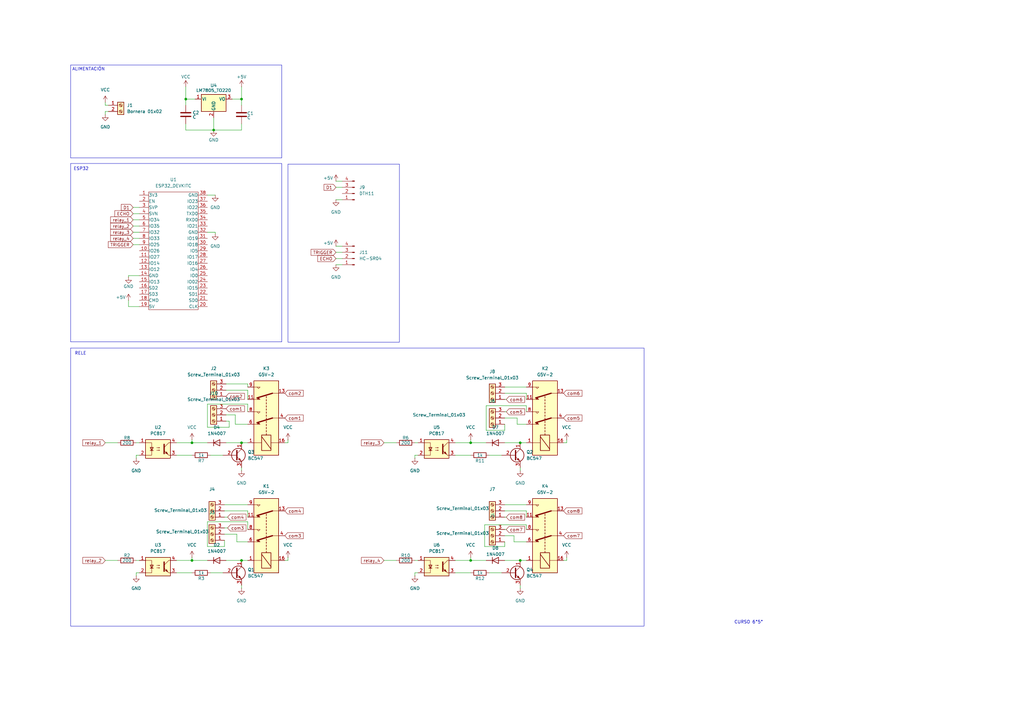
<source format=kicad_sch>
(kicad_sch (version 20231120) (generator "eeschema") (generator_version "8.0")
  (paper "A3")
  (lib_symbols
    (symbol "Connector:Conn_01x04_Pin" (pin_names (offset 1.016) hide)
      (property "Reference" "J" (at 0 5.08 0))
      (property "Value" "Conn_01x04_Pin" (at 0 -7.62 0))
      (symbol "Conn_01x04_Pin_1_1"
        (polyline (pts (xy 1.27 -5.08) (xy 0.8636 -5.08)) (stroke (width 0.1524)))
        (polyline (pts (xy 1.27 -2.54) (xy 0.8636 -2.54)) (stroke (width 0.1524)))
        (polyline (pts (xy 1.27 0) (xy 0.8636 0)) (stroke (width 0.1524)))
        (polyline (pts (xy 1.27 2.54) (xy 0.8636 2.54)) (stroke (width 0.1524)))
        (rectangle (start 0.8636 -4.953) (end 0 -5.207) (stroke (width 0.1524)) (fill (type outline)))
        (rectangle (start 0.8636 -2.413) (end 0 -2.667) (stroke (width 0.1524)) (fill (type outline)))
        (rectangle (start 0.8636 0.127) (end 0 -0.127) (stroke (width 0.1524)) (fill (type outline)))
        (rectangle (start 0.8636 2.667) (end 0 2.413) (stroke (width 0.1524)) (fill (type outline)))
        (pin passive line (at 5.08 2.54 180) (length 3.81) (name "Pin_1") (number "1"))
        (pin passive line (at 5.08 0 180) (length 3.81) (name "Pin_2") (number "2"))
        (pin passive line (at 5.08 -2.54 180) (length 3.81) (name "Pin_3") (number "3"))
        (pin passive line (at 5.08 -5.08 180) (length 3.81) (name "Pin_4") (number "4"))
      )
    )
    (symbol "Connector:Screw_Terminal_01x02" (pin_names (offset 1.016) hide)
      (property "Reference" "J" (at 0 2.54 0))
      (property "Value" "Screw_Terminal_01x02" (at 0 -5.08 0))
      (symbol "Screw_Terminal_01x02_1_1"
        (rectangle (start -1.27 1.27) (end 1.27 -3.81) (stroke (width 0.254)) (fill (type background)))
        (circle (center 0 -2.54) (radius 0.635) (stroke (width 0.1524)))
        (polyline (pts (xy -0.5334 -2.2098) (xy 0.3302 -3.048)) (stroke (width 0.1524)))
        (polyline (pts (xy -0.5334 0.3302) (xy 0.3302 -0.508)) (stroke (width 0.1524)))
        (polyline (pts (xy -0.3556 -2.032) (xy 0.508 -2.8702)) (stroke (width 0.1524)))
        (polyline (pts (xy -0.3556 0.508) (xy 0.508 -0.3302)) (stroke (width 0.1524)))
        (circle (center 0 0) (radius 0.635) (stroke (width 0.1524)))
        (pin passive line (at -5.08 0 0) (length 3.81) (name "Pin_1") (number "1"))
        (pin passive line (at -5.08 -2.54 0) (length 3.81) (name "Pin_2") (number "2"))
      )
    )
    (symbol "Connector:Screw_Terminal_01x03" (pin_names (offset 1.016) hide)
      (property "Reference" "J" (at 0 5.08 0))
      (property "Value" "Screw_Terminal_01x03" (at 0 -5.08 0))
      (symbol "Screw_Terminal_01x03_1_1"
        (rectangle (start -1.27 3.81) (end 1.27 -3.81) (stroke (width 0.254)) (fill (type background)))
        (circle (center 0 -2.54) (radius 0.635) (stroke (width 0.1524)))
        (polyline (pts (xy -0.5334 -2.2098) (xy 0.3302 -3.048)) (stroke (width 0.1524)))
        (polyline (pts (xy -0.5334 0.3302) (xy 0.3302 -0.508)) (stroke (width 0.1524)))
        (polyline (pts (xy -0.5334 2.8702) (xy 0.3302 2.032)) (stroke (width 0.1524)))
        (polyline (pts (xy -0.3556 -2.032) (xy 0.508 -2.8702)) (stroke (width 0.1524)))
        (polyline (pts (xy -0.3556 0.508) (xy 0.508 -0.3302)) (stroke (width 0.1524)))
        (polyline (pts (xy -0.3556 3.048) (xy 0.508 2.2098)) (stroke (width 0.1524)))
        (circle (center 0 0) (radius 0.635) (stroke (width 0.1524)))
        (circle (center 0 2.54) (radius 0.635) (stroke (width 0.1524)))
        (pin passive line (at -5.08 2.54 0) (length 3.81) (name "Pin_1") (number "1"))
        (pin passive line (at -5.08 0 0) (length 3.81) (name "Pin_2") (number "2"))
        (pin passive line (at -5.08 -2.54 0) (length 3.81) (name "Pin_3") (number "3"))
      )
    )
    (symbol "Device:C" (pin_numbers hide) (pin_names (offset 0.254))
      (property "Reference" "C" (at 0.635 2.54 0))
      (property "Value" "C" (at 0.635 -2.54 0))
      (symbol "C_0_1"
        (polyline (pts (xy -2.032 -0.762) (xy 2.032 -0.762)) (stroke (width 0.508)))
        (polyline (pts (xy -2.032 0.762) (xy 2.032 0.762)) (stroke (width 0.508)))
      )
      (symbol "C_1_1"
        (pin passive line (at 0 3.81 270) (length 2.794) (name "~") (number "1"))
        (pin passive line (at 0 -3.81 90) (length 2.794) (name "~") (number "2"))
      )
    )
    (symbol "Device:R" (pin_numbers hide) (pin_names (offset 0))
      (property "Reference" "R" (at 2.032 0 90))
      (property "Value" "R" (at 0 0 90))
      (symbol "R_0_1"
        (rectangle (start -1.016 -2.54) (end 1.016 2.54) (stroke (width 0.254)))
      )
      (symbol "R_1_1"
        (pin passive line (at 0 3.81 270) (length 1.27) (name "~") (number "1"))
        (pin passive line (at 0 -3.81 90) (length 1.27) (name "~") (number "2"))
      )
    )
    (symbol "Diode:1N4007" (pin_numbers hide) (pin_names hide)
      (property "Reference" "D" (at 0 2.54 0))
      (property "Value" "1N4007" (at 0 -2.54 0))
      (symbol "1N4007_0_1"
        (polyline (pts (xy -1.27 1.27) (xy -1.27 -1.27)) (stroke (width 0.254)))
        (polyline (pts (xy 1.27 0) (xy -1.27 0)))
        (polyline (pts (xy 1.27 1.27) (xy 1.27 -1.27) (xy -1.27 0) (xy 1.27 1.27)) (stroke (width 0.254)))
      )
      (symbol "1N4007_1_1"
        (pin passive line (at -3.81 0 0) (length 2.54) (name "K") (number "1"))
        (pin passive line (at 3.81 0 180) (length 2.54) (name "A") (number "2"))
      )
    )
    (symbol "EESTN5:ESP32_DEVKITC" (pin_names (offset 0.0254))
      (property "Reference" "U" (at 0 25.4 0))
      (property "Value" "ESP32_DEVKITC" (at 0 -25.4 0))
      (symbol "ESP32_DEVKITC_0_1"
        (rectangle (start -10.16 24.13) (end 10.16 -24.13))
      )
      (symbol "ESP32_DEVKITC_1_1"
        (pin passive line (at -13.97 22.86 0) (length 3.81) (name "3V3") (number "1"))
        (pin passive line (at -13.97 0 0) (length 3.81) (name "IO26") (number "10"))
        (pin passive line (at -13.97 -2.54 0) (length 3.81) (name "IO27") (number "11"))
        (pin passive line (at -13.97 -5.08 0) (length 3.81) (name "IO14") (number "12"))
        (pin passive line (at -13.97 -7.62 0) (length 3.81) (name "IO12") (number "13"))
        (pin passive line (at -13.97 -10.16 0) (length 3.81) (name "GND") (number "14"))
        (pin passive line (at -13.97 -12.7 0) (length 3.81) (name "IO13") (number "15"))
        (pin passive line (at -13.97 -15.24 0) (length 3.81) (name "SD2") (number "16"))
        (pin passive line (at -13.97 -17.78 0) (length 3.81) (name "SD3") (number "17"))
        (pin passive line (at -13.97 -20.32 0) (length 3.81) (name "CMD") (number "18"))
        (pin passive line (at -13.97 -22.86 0) (length 3.81) (name "5V") (number "19"))
        (pin passive line (at -13.97 20.32 0) (length 3.81) (name "EN") (number "2"))
        (pin passive line (at 13.97 -22.86 180) (length 3.81) (name "CLK") (number "20"))
        (pin passive line (at 13.97 -20.32 180) (length 3.81) (name "SD0") (number "21"))
        (pin passive line (at 13.97 -17.78 180) (length 3.81) (name "SD1") (number "22"))
        (pin passive line (at 13.97 -15.24 180) (length 3.81) (name "IO15") (number "23"))
        (pin passive line (at 13.97 -12.7 180) (length 3.81) (name "IO02") (number "24"))
        (pin passive line (at 13.97 -10.16 180) (length 3.81) (name "IO0") (number "25"))
        (pin passive line (at 13.97 -7.62 180) (length 3.81) (name "IO4") (number "26"))
        (pin passive line (at 13.97 -5.08 180) (length 3.81) (name "IO16") (number "27"))
        (pin passive line (at 13.97 -2.54 180) (length 3.81) (name "IO17") (number "28"))
        (pin passive line (at 13.97 0 180) (length 3.81) (name "IO5") (number "29"))
        (pin passive line (at -13.97 17.78 0) (length 3.81) (name "SVP") (number "3"))
        (pin passive line (at 13.97 2.54 180) (length 3.81) (name "IO18") (number "30"))
        (pin passive line (at 13.97 5.08 180) (length 3.81) (name "IO19") (number "31"))
        (pin passive line (at 13.97 7.62 180) (length 3.81) (name "GND") (number "32"))
        (pin passive line (at 13.97 10.16 180) (length 3.81) (name "IO21") (number "33"))
        (pin passive line (at 13.97 12.7 180) (length 3.81) (name "RXD0") (number "34"))
        (pin passive line (at 13.97 15.24 180) (length 3.81) (name "TXD0") (number "35"))
        (pin passive line (at 13.97 17.78 180) (length 3.81) (name "IO22") (number "36"))
        (pin passive line (at 13.97 20.32 180) (length 3.81) (name "IO23") (number "37"))
        (pin passive line (at 13.97 22.86 180) (length 3.81) (name "GND") (number "38"))
        (pin passive line (at -13.97 15.24 0) (length 3.81) (name "SVN") (number "4"))
        (pin passive line (at -13.97 12.7 0) (length 3.81) (name "IO34") (number "5"))
        (pin passive line (at -13.97 10.16 0) (length 3.81) (name "IO35") (number "6"))
        (pin passive line (at -13.97 7.62 0) (length 3.81) (name "IO32") (number "7"))
        (pin passive line (at -13.97 5.08 0) (length 3.81) (name "IO33") (number "8"))
        (pin passive line (at -13.97 2.54 0) (length 3.81) (name "IO25") (number "9"))
      )
    )
    (symbol "Isolator:PC817" (pin_names (offset 1.016))
      (property "Reference" "U" (at -5.08 5.08 0))
      (property "Value" "PC817" (at 0 5.08 0))
      (symbol "PC817_0_1"
        (rectangle (start -5.08 3.81) (end 5.08 -3.81) (stroke (width 0.254)) (fill (type background)))
        (polyline (pts (xy -3.175 -0.635) (xy -1.905 -0.635)) (stroke (width 0.254)))
        (polyline (pts (xy 2.54 0.635) (xy 4.445 2.54)))
        (polyline (pts (xy 4.445 -2.54) (xy 2.54 -0.635)) (fill (type outline)))
        (polyline (pts (xy 4.445 -2.54) (xy 5.08 -2.54)))
        (polyline (pts (xy 4.445 2.54) (xy 5.08 2.54)))
        (polyline (pts (xy -5.08 2.54) (xy -2.54 2.54) (xy -2.54 -0.635)))
        (polyline (pts (xy -2.54 -0.635) (xy -2.54 -2.54) (xy -5.08 -2.54)))
        (polyline (pts (xy 2.54 1.905) (xy 2.54 -1.905) (xy 2.54 -1.905)) (stroke (width 0.508)))
        (polyline (pts (xy -2.54 -0.635) (xy -3.175 0.635) (xy -1.905 0.635) (xy -2.54 -0.635)) (stroke (width 0.254)))
        (polyline (pts (xy -0.508 -0.508) (xy 0.762 -0.508) (xy 0.381 -0.635) (xy 0.381 -0.381) (xy 0.762 -0.508)))
        (polyline (pts (xy -0.508 0.508) (xy 0.762 0.508) (xy 0.381 0.381) (xy 0.381 0.635) (xy 0.762 0.508)))
        (polyline (pts (xy 3.048 -1.651) (xy 3.556 -1.143) (xy 4.064 -2.159) (xy 3.048 -1.651) (xy 3.048 -1.651)) (fill (type outline)))
      )
      (symbol "PC817_1_1"
        (pin passive line (at -7.62 2.54 0) (length 2.54) (name "~") (number "1"))
        (pin passive line (at -7.62 -2.54 0) (length 2.54) (name "~") (number "2"))
        (pin passive line (at 7.62 -2.54 180) (length 2.54) (name "~") (number "3"))
        (pin passive line (at 7.62 2.54 180) (length 2.54) (name "~") (number "4"))
      )
    )
    (symbol "Regulator_Linear:LM7805_TO220" (pin_names (offset 0.254))
      (property "Reference" "U" (at -3.81 3.175 0))
      (property "Value" "LM7805_TO220" (at 0 3.175 0))
      (symbol "LM7805_TO220_0_1"
        (rectangle (start -5.08 1.905) (end 5.08 -5.08) (stroke (width 0.254)) (fill (type background)))
      )
      (symbol "LM7805_TO220_1_1"
        (pin power_in line (at -7.62 0 0) (length 2.54) (name "VI") (number "1"))
        (pin power_in line (at 0 -7.62 90) (length 2.54) (name "GND") (number "2"))
        (pin power_out line (at 7.62 0 180) (length 2.54) (name "VO") (number "3"))
      )
    )
    (symbol "Relay:G5V-2"
      (property "Reference" "K" (at 16.51 3.81 0))
      (property "Value" "G5V-2" (at 16.51 1.27 0))
      (symbol "G5V-2_0_1"
        (rectangle (start -15.24 5.08) (end 15.24 -5.08) (stroke (width 0.254)) (fill (type background)))
        (rectangle (start -13.335 1.905) (end -6.985 -1.905) (stroke (width 0.254)))
        (polyline (pts (xy -12.7 -1.905) (xy -7.62 1.905)) (stroke (width 0.254)))
        (polyline (pts (xy -10.16 -5.08) (xy -10.16 -1.905)))
        (polyline (pts (xy -10.16 5.08) (xy -10.16 1.905)))
        (polyline (pts (xy -6.985 0) (xy -6.35 0)) (stroke (width 0.254)))
        (polyline (pts (xy -5.715 0) (xy -5.08 0)) (stroke (width 0.254)))
        (polyline (pts (xy -4.445 0) (xy -3.81 0)) (stroke (width 0.254)))
        (polyline (pts (xy -3.175 0) (xy -2.54 0)) (stroke (width 0.254)))
        (polyline (pts (xy -1.905 0) (xy -1.27 0)) (stroke (width 0.254)))
        (polyline (pts (xy -0.635 0) (xy 0 0)) (stroke (width 0.254)))
        (polyline (pts (xy 0 -2.54) (xy -1.905 3.81)) (stroke (width 0.508)))
        (polyline (pts (xy 0 -2.54) (xy 0 -5.08)))
        (polyline (pts (xy 0.635 0) (xy 1.27 0)) (stroke (width 0.254)))
        (polyline (pts (xy 1.905 0) (xy 2.54 0)) (stroke (width 0.254)))
        (polyline (pts (xy 3.175 0) (xy 3.81 0)) (stroke (width 0.254)))
        (polyline (pts (xy 4.445 0) (xy 5.08 0)) (stroke (width 0.254)))
        (polyline (pts (xy 5.715 0) (xy 6.35 0)) (stroke (width 0.254)))
        (polyline (pts (xy 6.985 0) (xy 7.62 0)) (stroke (width 0.254)))
        (polyline (pts (xy 8.255 0) (xy 8.89 0)) (stroke (width 0.254)))
        (polyline (pts (xy 10.16 -2.54) (xy 8.255 3.81)) (stroke (width 0.508)))
        (polyline (pts (xy 10.16 -2.54) (xy 10.16 -5.08)))
        (polyline (pts (xy -2.54 5.08) (xy -2.54 2.54) (xy -1.905 3.175) (xy -2.54 3.81)) (fill (type outline)))
        (polyline (pts (xy 2.54 5.08) (xy 2.54 2.54) (xy 1.905 3.175) (xy 2.54 3.81)))
        (polyline (pts (xy 7.62 5.08) (xy 7.62 2.54) (xy 8.255 3.175) (xy 7.62 3.81)) (fill (type outline)))
        (polyline (pts (xy 12.7 5.08) (xy 12.7 2.54) (xy 12.065 3.175) (xy 12.7 3.81)))
      )
      (symbol "G5V-2_1_1"
        (pin passive line (at -10.16 7.62 270) (length 2.54) (name "~") (number "1"))
        (pin passive line (at 7.62 7.62 270) (length 2.54) (name "~") (number "11"))
        (pin passive line (at 10.16 -7.62 90) (length 2.54) (name "~") (number "13"))
        (pin passive line (at -10.16 -7.62 90) (length 2.54) (name "~") (number "16"))
        (pin passive line (at 0 -7.62 90) (length 2.54) (name "~") (number "4"))
        (pin passive line (at -2.54 7.62 270) (length 2.54) (name "~") (number "6"))
        (pin passive line (at 2.54 7.62 270) (length 2.54) (name "~") (number "8"))
        (pin passive line (at 12.7 7.62 270) (length 2.54) (name "~") (number "9"))
      )
    )
    (symbol "Transistor_BJT:BC547" (pin_names (offset 0) hide)
      (property "Reference" "Q" (at 5.08 1.905 0))
      (property "Value" "BC547" (at 5.08 0 0))
      (symbol "BC547_0_1"
        (polyline (pts (xy 0 0) (xy 0.635 0)))
        (polyline (pts (xy 0.635 0.635) (xy 2.54 2.54)))
        (polyline (pts (xy 0.635 -0.635) (xy 2.54 -2.54) (xy 2.54 -2.54)))
        (polyline (pts (xy 0.635 1.905) (xy 0.635 -1.905) (xy 0.635 -1.905)) (stroke (width 0.508)))
        (polyline (pts (xy 1.27 -1.778) (xy 1.778 -1.27) (xy 2.286 -2.286) (xy 1.27 -1.778) (xy 1.27 -1.778)) (fill (type outline)))
        (circle (center 1.27 0) (radius 2.8194) (stroke (width 0.254)))
      )
      (symbol "BC547_1_1"
        (pin passive line (at 2.54 5.08 270) (length 2.54) (name "C") (number "1"))
        (pin input line (at -5.08 0 0) (length 5.08) (name "B") (number "2"))
        (pin passive line (at 2.54 -5.08 90) (length 2.54) (name "E") (number "3"))
      )
    )
    (symbol "power:+5V" (power) (pin_numbers hide) (pin_names (offset 0) hide)
      (property "Value" "+5V" (at 0 3.556 0))
      (symbol "+5V_0_1"
        (polyline (pts (xy -0.762 1.27) (xy 0 2.54)))
        (polyline (pts (xy 0 0) (xy 0 2.54)))
        (polyline (pts (xy 0 2.54) (xy 0.762 1.27)))
      )
      (symbol "+5V_1_1"
        (pin power_in line (at 0 0 90) (length 0) (name "~") (number "1"))
      )
    )
    (symbol "power:GND" (power) (pin_numbers hide) (pin_names (offset 0) hide)
      (property "Value" "GND" (at 0 -3.81 0))
      (symbol "GND_0_1"
        (polyline (pts (xy 0 0) (xy 0 -1.27) (xy 1.27 -1.27) (xy 0 -2.54) (xy -1.27 -1.27) (xy 0 -1.27)))
      )
      (symbol "GND_1_1"
        (pin power_in line (at 0 0 270) (length 0) (name "~") (number "1"))
      )
    )
    (symbol "power:VCC" (power) (pin_numbers hide) (pin_names (offset 0) hide)
      (property "Value" "VCC" (at 0 3.556 0))
      (symbol "VCC_0_1"
        (polyline (pts (xy -0.762 1.27) (xy 0 2.54)))
        (polyline (pts (xy 0 0) (xy 0 2.54)))
        (polyline (pts (xy 0 2.54) (xy 0.762 1.27)))
      )
      (symbol "VCC_1_1"
        (pin power_in line (at 0 0 90) (length 0) (name "~") (number "1"))
      )
    )
  )
  (junction (at 99.06 181.61))
  (junction (at 213.36 181.61))
  (junction (at 78.74 181.61))
  (junction (at 78.74 229.87))
  (junction (at 213.36 229.87))
  (junction (at 193.04 229.87))
  (junction (at 87.63 53.34))
  (junction (at 99.06 229.87))
  (junction (at 99.06 40.64))
  (junction (at 76.2 40.64))
  (junction (at 193.04 181.61))
  (wire (pts (xy 116.84 181.61) (xy 118.11 181.61)))
  (wire (pts (xy 232.41 229.87) (xy 232.41 228.6)))
  (wire (pts (xy 92.71 170.18) (xy 96.52 170.18)))
  (wire (pts (xy 78.74 181.61) (xy 85.09 181.61)))
  (wire (pts (xy 101.6 209.55) (xy 92.075 209.55)))
  (wire (pts (xy 92.075 221.615) (xy 92.075 224.155)))
  (wire (pts (xy 157.48 229.87) (xy 162.56 229.87)))
  (wire (pts (xy 213.36 229.87) (xy 215.9 229.87)))
  (wire (pts (xy 207.01 168.91) (xy 207.645 168.91)))
  (wire (pts (xy 213.36 181.61) (xy 215.9 181.61)))
  (wire (pts (xy 57.15 113.03) (xy 52.705 113.03)))
  (wire (pts (xy 207.01 163.83) (xy 207.645 163.83)))
  (wire (pts (xy 207.01 158.75) (xy 215.9 158.75)))
  (wire (pts (xy 54.61 95.25) (xy 57.15 95.25)))
  (wire (pts (xy 88.265 95.25) (xy 88.265 95.885)))
  (wire (pts (xy 215.9 166.37) (xy 215.9 168.91)))
  (wire (pts (xy 215.9 173.99) (xy 212.09 173.99)))
  (wire (pts (xy 101.6 157.48) (xy 92.71 157.48)))
  (wire (pts (xy 92.71 172.72) (xy 93.98 172.72)))
  (wire (pts (xy 76.2 50.8) (xy 76.2 53.34)))
  (wire (pts (xy 101.6 213.995) (xy 85.09 213.995)))
  (wire (pts (xy 72.39 234.95) (xy 78.74 234.95)))
  (wire (pts (xy 198.755 224.155) (xy 198.755 215.265)))
  (wire (pts (xy 137.795 81.915) (xy 140.335 81.915)))
  (wire (pts (xy 215.9 212.09) (xy 215.9 209.55)))
  (wire (pts (xy 99.06 43.18) (xy 99.06 40.64)))
  (wire (pts (xy 78.74 181.61) (xy 78.74 180.34)))
  (wire (pts (xy 85.09 165.735) (xy 101.6 165.735)))
  (wire (pts (xy 207.01 224.155) (xy 198.755 224.155)))
  (wire (pts (xy 55.88 229.87) (xy 57.15 229.87)))
  (wire (pts (xy 43.18 43.18) (xy 44.45 43.18)))
  (wire (pts (xy 54.61 92.71) (xy 57.15 92.71)))
  (wire (pts (xy 101.6 212.09) (xy 101.6 209.55)))
  (wire (pts (xy 99.06 240.03) (xy 99.06 241.3)))
  (wire (pts (xy 72.39 186.69) (xy 78.74 186.69)))
  (wire (pts (xy 199.39 176.53) (xy 199.39 166.37)))
  (wire (pts (xy 118.11 181.61) (xy 118.11 180.34)))
  (wire (pts (xy 186.69 234.95) (xy 193.04 234.95)))
  (wire (pts (xy 72.39 181.61) (xy 78.74 181.61)))
  (wire (pts (xy 88.265 95.25) (xy 85.09 95.25)))
  (wire (pts (xy 118.11 229.87) (xy 118.11 228.6)))
  (wire (pts (xy 207.01 181.61) (xy 213.36 181.61)))
  (wire (pts (xy 86.36 234.95) (xy 91.44 234.95)))
  (wire (pts (xy 193.04 181.61) (xy 193.04 180.34)))
  (wire (pts (xy 170.18 229.87) (xy 171.45 229.87)))
  (wire (pts (xy 170.18 234.95) (xy 171.45 234.95)))
  (wire (pts (xy 170.18 236.22) (xy 170.18 234.95)))
  (wire (pts (xy 57.15 125.73) (xy 52.705 125.73)))
  (wire (pts (xy 101.6 217.17) (xy 101.6 213.995)))
  (wire (pts (xy 137.795 108.585) (xy 140.335 108.585)))
  (wire (pts (xy 43.18 45.72) (xy 43.18 46.99)))
  (wire (pts (xy 232.41 181.61) (xy 232.41 180.34)))
  (wire (pts (xy 97.155 219.075) (xy 92.075 219.075)))
  (wire (pts (xy 43.18 181.61) (xy 48.26 181.61)))
  (wire (pts (xy 92.71 181.61) (xy 99.06 181.61)))
  (wire (pts (xy 99.06 50.8) (xy 99.06 53.34)))
  (wire (pts (xy 85.09 175.26) (xy 85.09 165.735)))
  (wire (pts (xy 54.61 90.17) (xy 57.15 90.17)))
  (wire (pts (xy 55.88 236.22) (xy 55.88 234.95)))
  (wire (pts (xy 76.2 35.56) (xy 76.2 40.64)))
  (wire (pts (xy 92.075 212.09) (xy 93.345 212.09)))
  (wire (pts (xy 92.075 216.535) (xy 93.345 216.535)))
  (wire (pts (xy 76.2 53.34) (xy 87.63 53.34)))
  (wire (pts (xy 54.61 85.09) (xy 57.15 85.09)))
  (wire (pts (xy 231.14 181.61) (xy 232.41 181.61)))
  (wire (pts (xy 170.18 187.96) (xy 170.18 186.69)))
  (wire (pts (xy 85.09 224.155) (xy 92.075 224.155)))
  (wire (pts (xy 213.36 240.03) (xy 213.36 241.3)))
  (wire (pts (xy 76.2 40.64) (xy 76.2 43.18)))
  (wire (pts (xy 207.01 229.87) (xy 213.36 229.87)))
  (wire (pts (xy 199.39 166.37) (xy 215.9 166.37)))
  (wire (pts (xy 210.82 222.25) (xy 210.82 219.71)))
  (wire (pts (xy 96.52 173.99) (xy 101.6 173.99)))
  (wire (pts (xy 99.06 35.56) (xy 99.06 40.64)))
  (wire (pts (xy 207.01 207.01) (xy 215.9 207.01)))
  (wire (pts (xy 207.01 209.55) (xy 215.9 209.55)))
  (wire (pts (xy 212.09 171.45) (xy 207.01 171.45)))
  (wire (pts (xy 207.01 173.99) (xy 207.01 176.53)))
  (wire (pts (xy 157.48 181.61) (xy 162.56 181.61)))
  (wire (pts (xy 200.66 234.95) (xy 205.74 234.95)))
  (wire (pts (xy 215.9 215.265) (xy 215.9 217.17)))
  (wire (pts (xy 137.795 100.965) (xy 140.335 100.965)))
  (wire (pts (xy 72.39 229.87) (xy 78.74 229.87)))
  (wire (pts (xy 193.04 229.87) (xy 193.04 228.6)))
  (wire (pts (xy 52.705 125.73) (xy 52.705 123.19)))
  (wire (pts (xy 170.18 181.61) (xy 171.45 181.61)))
  (wire (pts (xy 87.63 53.34) (xy 99.06 53.34)))
  (wire (pts (xy 207.01 217.17) (xy 207.645 217.17)))
  (wire (pts (xy 186.69 186.69) (xy 193.04 186.69)))
  (wire (pts (xy 213.36 191.77) (xy 213.36 193.04)))
  (wire (pts (xy 54.61 97.79) (xy 57.15 97.79)))
  (wire (pts (xy 212.09 173.99) (xy 212.09 171.45)))
  (wire (pts (xy 137.795 74.295) (xy 140.335 74.295)))
  (wire (pts (xy 186.69 181.61) (xy 193.04 181.61)))
  (wire (pts (xy 97.155 222.25) (xy 97.155 219.075)))
  (wire (pts (xy 43.18 229.87) (xy 48.26 229.87)))
  (wire (pts (xy 215.9 163.83) (xy 215.9 161.29)))
  (wire (pts (xy 116.84 229.87) (xy 118.11 229.87)))
  (wire (pts (xy 52.705 113.03) (xy 52.705 113.665)))
  (wire (pts (xy 215.9 161.29) (xy 207.01 161.29)))
  (wire (pts (xy 55.88 187.96) (xy 55.88 186.69)))
  (wire (pts (xy 54.61 87.63) (xy 57.15 87.63)))
  (wire (pts (xy 87.63 48.26) (xy 87.63 53.34)))
  (wire (pts (xy 193.04 181.61) (xy 199.39 181.61)))
  (wire (pts (xy 101.6 160.02) (xy 101.6 163.83)))
  (wire (pts (xy 44.45 45.72) (xy 43.18 45.72)))
  (wire (pts (xy 207.01 176.53) (xy 199.39 176.53)))
  (wire (pts (xy 137.795 106.045) (xy 140.335 106.045)))
  (wire (pts (xy 207.01 212.09) (xy 207.645 212.09)))
  (wire (pts (xy 207.01 222.25) (xy 207.01 224.155)))
  (wire (pts (xy 78.74 229.87) (xy 85.09 229.87)))
  (wire (pts (xy 198.755 215.265) (xy 215.9 215.265)))
  (wire (pts (xy 78.74 229.87) (xy 78.74 228.6)))
  (wire (pts (xy 101.6 158.75) (xy 101.6 157.48)))
  (wire (pts (xy 137.795 76.835) (xy 140.335 76.835)))
  (wire (pts (xy 170.18 186.69) (xy 171.45 186.69)))
  (wire (pts (xy 200.66 186.69) (xy 205.74 186.69)))
  (wire (pts (xy 85.09 80.01) (xy 88.265 80.01)))
  (wire (pts (xy 93.98 175.26) (xy 85.09 175.26)))
  (wire (pts (xy 193.04 229.87) (xy 199.39 229.87)))
  (wire (pts (xy 43.18 41.91) (xy 43.18 43.18)))
  (wire (pts (xy 55.88 181.61) (xy 57.15 181.61)))
  (wire (pts (xy 101.6 165.735) (xy 101.6 168.91)))
  (wire (pts (xy 99.06 229.87) (xy 101.6 229.87)))
  (wire (pts (xy 137.795 103.505) (xy 140.335 103.505)))
  (wire (pts (xy 92.71 160.02) (xy 101.6 160.02)))
  (wire (pts (xy 99.06 40.64) (xy 95.25 40.64)))
  (wire (pts (xy 54.61 100.33) (xy 57.15 100.33)))
  (wire (pts (xy 96.52 173.99) (xy 96.52 170.18)))
  (wire (pts (xy 99.06 191.77) (xy 99.06 193.04)))
  (wire (pts (xy 99.06 181.61) (xy 101.6 181.61)))
  (wire (pts (xy 231.14 229.87) (xy 232.41 229.87)))
  (wire (pts (xy 210.82 219.71) (xy 207.01 219.71)))
  (wire (pts (xy 86.36 186.69) (xy 91.44 186.69)))
  (wire (pts (xy 93.98 172.72) (xy 93.98 175.26)))
  (wire (pts (xy 55.88 186.69) (xy 57.15 186.69)))
  (wire (pts (xy 92.71 229.87) (xy 99.06 229.87)))
  (wire (pts (xy 85.09 213.995) (xy 85.09 224.155)))
  (wire (pts (xy 101.6 222.25) (xy 97.155 222.25)))
  (wire (pts (xy 55.88 234.95) (xy 57.15 234.95)))
  (wire (pts (xy 92.075 207.01) (xy 101.6 207.01)))
  (wire (pts (xy 186.69 229.87) (xy 193.04 229.87)))
  (wire (pts (xy 76.2 40.64) (xy 80.01 40.64)))
  (wire (pts (xy 215.9 222.25) (xy 210.82 222.25)))
  (rectangle (start 28.956 67.056) (end 115.57 140.208))
  (rectangle (start 28.956 142.748) (end 264.16 256.794))
  (rectangle (start 28.956 26.67) (end 115.57 64.77))
  (rectangle (start 118.11 67.31) (end 163.83 140.335))
  (text "CURSO 6°5°\n" (at 307.086 255.27 0) (effects (font (size 1.27 1.27))))
  (text "RELE" (at 33.02 145.034 0) (effects (font (size 1.27 1.27))))
  (text "ESP32" (at 33.274 69.342 0) (effects (font (size 1.27 1.27))))
  (text "ALIMENTACIÓN\n" (at 36.322 28.448 0) (effects (font (size 1.27 1.27))))
  (global_label "relay_3" (shape input) (at 157.48 181.61 180) (property "Intersheetrefs" "${INTERSHEET_REFS}" (effects (hide yes))))
  (global_label "com4" (shape input) (at 116.84 209.55 0) (property "Intersheetrefs" "${INTERSHEET_REFS}" (effects (hide yes))))
  (global_label "D1" (shape input) (at 137.795 76.835 180) (property "Intersheetrefs" "${INTERSHEET_REFS}" (effects (hide yes))))
  (global_label "com2" (shape input) (at 92.71 162.56 0) (property "Intersheetrefs" "${INTERSHEET_REFS}" (effects (hide yes))))
  (global_label "relay_1" (shape input) (at 43.18 181.61 180) (property "Intersheetrefs" "${INTERSHEET_REFS}" (effects (hide yes))))
  (global_label "com3" (shape input) (at 116.84 219.71 0) (property "Intersheetrefs" "${INTERSHEET_REFS}" (effects (hide yes))))
  (global_label "com1" (shape input) (at 116.84 171.45 0) (property "Intersheetrefs" "${INTERSHEET_REFS}" (effects (hide yes))))
  (global_label "com7" (shape input) (at 207.645 217.17 0) (property "Intersheetrefs" "${INTERSHEET_REFS}" (effects (hide yes))))
  (global_label "ECHO" (shape input) (at 54.61 87.63 180) (property "Intersheetrefs" "${INTERSHEET_REFS}" (effects (hide yes))))
  (global_label "relay_2" (shape input) (at 43.18 229.87 180) (property "Intersheetrefs" "${INTERSHEET_REFS}" (effects (hide yes))))
  (global_label "com2" (shape input) (at 116.84 161.29 0) (property "Intersheetrefs" "${INTERSHEET_REFS}" (effects (hide yes))))
  (global_label "ECHO" (shape input) (at 137.795 106.045 180) (property "Intersheetrefs" "${INTERSHEET_REFS}" (effects (hide yes))))
  (global_label "relay_2" (shape input) (at 54.61 92.71 180) (property "Intersheetrefs" "${INTERSHEET_REFS}" (effects (hide yes))))
  (global_label "relay_1" (shape input) (at 54.61 90.17 180) (property "Intersheetrefs" "${INTERSHEET_REFS}" (effects (hide yes))))
  (global_label "relay_4" (shape input) (at 157.48 229.87 180) (property "Intersheetrefs" "${INTERSHEET_REFS}" (effects (hide yes))))
  (global_label "com6" (shape input) (at 231.14 161.29 0) (property "Intersheetrefs" "${INTERSHEET_REFS}" (effects (hide yes))))
  (global_label "D1" (shape input) (at 54.61 85.09 180) (property "Intersheetrefs" "${INTERSHEET_REFS}" (effects (hide yes))))
  (global_label "com3" (shape input) (at 93.345 216.535 0) (property "Intersheetrefs" "${INTERSHEET_REFS}" (effects (hide yes))))
  (global_label "com8" (shape input) (at 231.14 209.55 0) (property "Intersheetrefs" "${INTERSHEET_REFS}" (effects (hide yes))))
  (global_label "com4" (shape input) (at 93.345 212.09 0) (property "Intersheetrefs" "${INTERSHEET_REFS}" (effects (hide yes))))
  (global_label "TRIGGER" (shape input) (at 54.61 100.33 180) (property "Intersheetrefs" "${INTERSHEET_REFS}" (effects (hide yes))))
  (global_label "relay_4" (shape input) (at 54.61 97.79 180) (property "Intersheetrefs" "${INTERSHEET_REFS}" (effects (hide yes))))
  (global_label "com7" (shape input) (at 231.14 219.71 0) (property "Intersheetrefs" "${INTERSHEET_REFS}" (effects (hide yes))))
  (global_label "com8" (shape input) (at 207.645 212.09 0) (property "Intersheetrefs" "${INTERSHEET_REFS}" (effects (hide yes))))
  (global_label "com6" (shape input) (at 207.645 163.83 0) (property "Intersheetrefs" "${INTERSHEET_REFS}" (effects (hide yes))))
  (global_label "com5" (shape input) (at 207.645 168.91 0) (property "Intersheetrefs" "${INTERSHEET_REFS}" (effects (hide yes))))
  (global_label "com1" (shape input) (at 92.71 167.64 0) (property "Intersheetrefs" "${INTERSHEET_REFS}" (effects (hide yes))))
  (global_label "TRIGGER" (shape input) (at 137.795 103.505 180) (property "Intersheetrefs" "${INTERSHEET_REFS}" (effects (hide yes))))
  (global_label "com5" (shape input) (at 231.14 171.45 0) (property "Intersheetrefs" "${INTERSHEET_REFS}" (effects (hide yes))))
  (global_label "relay_3" (shape input) (at 54.61 95.25 180) (property "Intersheetrefs" "${INTERSHEET_REFS}" (effects (hide yes))))
  (symbol (lib_id "power:GND") (at 170.18 236.22 0) (unit 1)
    (property "Reference" "#PWR019" (effects (hide yes)))
    (property "Value" "GND" (at 170.18 241.3 0))
    (property "Description" "Power symbol creates a global label with name \"GND\" , ground" (effects (hide yes)))
  )
  (symbol (lib_id "Transistor_BJT:BC547") (at 210.82 234.95 0) (unit 1)
    (property "Reference" "Q4" (at 215.9 233.6799 0) (effects (justify left)))
    (property "Value" "BC547" (at 215.9 236.2199 0) (effects (justify left)))
    (property "Footprint" "Package_TO_SOT_THT:TO-92_Inline" (effects (hide yes)))
    (property "Datasheet" "https://www.onsemi.com/pub/Collateral/BC550-D.pdf" (effects (hide yes)))
    (property "Description" "0.1A Ic, 45V Vce, Small Signal NPN Transistor, TO-92" (effects (hide yes)))
  )
  (symbol (lib_id "power:GND") (at 55.88 236.22 0) (unit 1)
    (property "Reference" "#PWR04" (effects (hide yes)))
    (property "Value" "GND" (at 55.88 241.3 0))
    (property "Description" "Power symbol creates a global label with name \"GND\" , ground" (effects (hide yes)))
  )
  (symbol (lib_id "Device:R") (at 52.07 181.61 90) (unit 1)
    (property "Reference" "R8" (at 52.07 179.578 90))
    (property "Value" "200" (at 52.07 181.61 90))
    (property "Footprint" "Resistor_SMD:R_0805_2012Metric_Pad1.20x1.40mm_HandSolder" (effects (hide yes)))
    (property "Description" "Resistor" (effects (hide yes)))
  )
  (symbol (lib_id "Connector:Screw_Terminal_01x03") (at 86.995 209.55 180) (unit 1)
    (property "Reference" "J4" (at 86.995 200.66 0))
    (property "Value" "Screw_Terminal_01x03" (at 74.041 209.296 0))
    (property "Footprint" "TerminalBlock:TerminalBlock_bornier-3_P5.08mm" (effects (hide yes)))
    (property "Description" "Generic screw terminal, single row, 01x03, script generated (kicad-library-utils/schlib/autogen/connector/)" (effects (hide yes)))
  )
  (symbol (lib_id "Diode:1N4007") (at 88.9 229.87 0) (unit 1)
    (property "Reference" "D2" (at 88.9 223.52 0))
    (property "Value" "1N4007" (at 88.9 226.06 0))
    (property "Footprint" "Diode_SMD:D_0805_2012Metric_Pad1.15x1.40mm_HandSolder" (effects (hide yes)))
    (property "Datasheet" "http://www.vishay.com/docs/88503/1n4001.pdf" (effects (hide yes)))
    (property "Description" "1000V 1A General Purpose Rectifier Diode, DO-41" (effects (hide yes)))
    (property "Sim.Device" "D" (effects (hide yes)))
    (property "Sim.Pins" "1=K 2=A" (effects (hide yes)))
  )
  (symbol (lib_id "Device:R") (at 52.07 229.87 90) (unit 1)
    (property "Reference" "R2" (at 52.07 227.838 90))
    (property "Value" "200" (at 52.07 229.87 90))
    (property "Footprint" "Resistor_SMD:R_0805_2012Metric_Pad1.20x1.40mm_HandSolder" (effects (hide yes)))
    (property "Description" "Resistor" (effects (hide yes)))
  )
  (symbol (lib_id "Connector:Screw_Terminal_01x03") (at 87.63 170.18 180) (unit 1)
    (property "Reference" "J10" (at 87.63 161.29 0))
    (property "Value" "Screw_Terminal_01x03" (at 87.63 163.83 0))
    (property "Footprint" "TerminalBlock:TerminalBlock_bornier-3_P5.08mm" (effects (hide yes)))
    (property "Description" "Generic screw terminal, single row, 01x03, script generated (kicad-library-utils/schlib/autogen/connector/)" (effects (hide yes)))
  )
  (symbol (lib_id "Connector:Screw_Terminal_01x03") (at 201.93 209.55 180) (unit 1)
    (property "Reference" "J7" (at 201.93 200.66 0))
    (property "Value" "Screw_Terminal_01x03" (at 189.738 208.534 0))
    (property "Footprint" "TerminalBlock:TerminalBlock_bornier-3_P5.08mm" (effects (hide yes)))
    (property "Description" "Generic screw terminal, single row, 01x03, script generated (kicad-library-utils/schlib/autogen/connector/)" (effects (hide yes)))
  )
  (symbol (lib_id "Device:R") (at 196.85 234.95 90) (unit 1)
    (property "Reference" "R12" (at 196.85 237.236 90))
    (property "Value" "1k" (at 196.85 234.95 90))
    (property "Footprint" "Resistor_SMD:R_0805_2012Metric_Pad1.20x1.40mm_HandSolder" (effects (hide yes)))
    (property "Description" "Resistor" (effects (hide yes)))
  )
  (symbol (lib_id "Connector:Conn_01x04_Pin") (at 145.415 106.045 180) (unit 1)
    (property "Reference" "J11" (at 147.32 103.5049 0) (effects (justify right)))
    (property "Value" "HC-SR04" (at 147.32 106.0449 0) (effects (justify right)))
    (property "Footprint" "EESTN5:pin_strip_4" (effects (hide yes)))
    (property "Description" "Generic connector, single row, 01x04, script generated" (effects (hide yes)))
  )
  (symbol (lib_id "Connector:Screw_Terminal_01x03") (at 201.93 161.29 180) (unit 1)
    (property "Reference" "J8" (at 201.93 152.4 0))
    (property "Value" "Screw_Terminal_01x03" (at 201.93 154.94 0))
    (property "Footprint" "TerminalBlock:TerminalBlock_bornier-3_P5.08mm" (effects (hide yes)))
    (property "Description" "Generic screw terminal, single row, 01x03, script generated (kicad-library-utils/schlib/autogen/connector/)" (effects (hide yes)))
  )
  (symbol (lib_id "power:VCC") (at 118.11 180.34 0) (unit 1)
    (property "Reference" "#PWR015" (effects (hide yes)))
    (property "Value" "VCC" (at 118.11 175.26 0))
    (property "Description" "Power symbol creates a global label with name \"VCC\"" (effects (hide yes)))
  )
  (symbol (lib_id "power:GND") (at 52.705 113.665 0) (unit 1)
    (property "Reference" "#PWR016" (effects (hide yes)))
    (property "Value" "GND" (at 52.705 117.475 0))
    (property "Description" "Power symbol creates a global label with name \"GND\" , ground" (effects (hide yes)))
  )
  (symbol (lib_id "Isolator:PC817") (at 64.77 184.15 0) (unit 1)
    (property "Reference" "U2" (at 64.77 175.26 0))
    (property "Value" "PC817" (at 64.77 177.8 0))
    (property "Footprint" "Package_DIP:DIP-4_W7.62mm" (effects (hide yes)))
    (property "Datasheet" "http://www.soselectronic.cz/a_info/resource/d/pc817.pdf" (effects (hide yes)))
    (property "Description" "DC Optocoupler, Vce 35V, CTR 50-300%, DIP-4" (effects (hide yes)))
  )
  (symbol (lib_id "Device:R") (at 82.55 234.95 90) (unit 1)
    (property "Reference" "R3" (at 82.55 237.236 90))
    (property "Value" "1k" (at 82.55 234.95 90))
    (property "Footprint" "Resistor_SMD:R_0805_2012Metric_Pad1.20x1.40mm_HandSolder" (effects (hide yes)))
    (property "Description" "Resistor" (effects (hide yes)))
  )
  (symbol (lib_id "power:GND") (at 87.63 53.34 0) (unit 1)
    (property "Reference" "#PWR01" (effects (hide yes)))
    (property "Value" "GND" (at 87.63 57.404 0))
    (property "Description" "Power symbol creates a global label with name \"GND\" , ground" (effects (hide yes)))
  )
  (symbol (lib_id "power:VCC") (at 232.41 180.34 0) (unit 1)
    (property "Reference" "#PWR024" (effects (hide yes)))
    (property "Value" "VCC" (at 232.41 175.26 0))
    (property "Description" "Power symbol creates a global label with name \"VCC\"" (effects (hide yes)))
  )
  (symbol (lib_id "power:VCC") (at 193.04 228.6 0) (unit 1)
    (property "Reference" "#PWR021" (effects (hide yes)))
    (property "Value" "VCC" (at 193.04 223.52 0))
    (property "Description" "Power symbol creates a global label with name \"VCC\"" (effects (hide yes)))
  )
  (symbol (lib_id "Device:R") (at 196.85 186.69 90) (unit 1)
    (property "Reference" "R11" (at 196.85 188.976 90))
    (property "Value" "1k" (at 196.85 186.69 90))
    (property "Footprint" "Resistor_SMD:R_0805_2012Metric_Pad1.20x1.40mm_HandSolder" (effects (hide yes)))
    (property "Description" "Resistor" (effects (hide yes)))
  )
  (symbol (lib_id "Relay:G5V-2") (at 223.52 219.71 90) (unit 1)
    (property "Reference" "K4" (at 223.52 199.39 90))
    (property "Value" "G5V-2" (at 223.52 201.93 90))
    (property "Footprint" "Relay_THT:Relay_DPDT_Omron_G5V-2" (effects (hide yes)))
    (property "Datasheet" "http://omronfs.omron.com/en_US/ecb/products/pdf/en-g5v_2.pdf" (effects (hide yes)))
    (property "Description" "Relay Miniature Omron DPDT" (effects (hide yes)))
  )
  (symbol (lib_id "Relay:G5V-2") (at 109.22 219.71 90) (unit 1)
    (property "Reference" "K1" (at 109.22 199.39 90))
    (property "Value" "G5V-2" (at 109.22 201.93 90))
    (property "Footprint" "Relay_THT:Relay_DPDT_Omron_G5V-2" (effects (hide yes)))
    (property "Datasheet" "http://omronfs.omron.com/en_US/ecb/products/pdf/en-g5v_2.pdf" (effects (hide yes)))
    (property "Description" "Relay Miniature Omron DPDT" (effects (hide yes)))
  )
  (symbol (lib_id "power:VCC") (at 78.74 228.6 0) (unit 1)
    (property "Reference" "#PWR08" (effects (hide yes)))
    (property "Value" "VCC" (at 78.74 223.52 0))
    (property "Description" "Power symbol creates a global label with name \"VCC\"" (effects (hide yes)))
  )
  (symbol (lib_id "Regulator_Linear:LM7805_TO220") (at 87.63 40.64 0) (unit 1)
    (property "Reference" "U4" (at 87.63 35.052 0))
    (property "Value" "LM7805_TO220" (at 87.63 37.084 0))
    (property "Footprint" "Package_TO_SOT_THT:TO-220-3_Vertical" (effects (hide yes)))
    (property "Datasheet" "https://www.onsemi.cn/PowerSolutions/document/MC7800-D.PDF" (effects (hide yes)))
    (property "Description" "Positive 1A 35V Linear Regulator, Fixed Output 5V, TO-220" (effects (hide yes)))
  )
  (symbol (lib_id "Connector:Screw_Terminal_01x03") (at 201.93 219.71 180) (unit 1)
    (property "Reference" "J5" (at 201.93 211.455 0))
    (property "Value" "Screw_Terminal_01x03" (at 189.738 218.694 0))
    (property "Footprint" "TerminalBlock:TerminalBlock_bornier-3_P5.08mm" (effects (hide yes)))
    (property "Description" "Generic screw terminal, single row, 01x03, script generated (kicad-library-utils/schlib/autogen/connector/)" (effects (hide yes)))
  )
  (symbol (lib_id "power:+5V") (at 137.795 100.965 0) (unit 1)
    (property "Reference" "#PWR028" (effects (hide yes)))
    (property "Value" "+5V" (at 134.62 99.695 0))
    (property "Description" "Power symbol creates a global label with name \"+5V\"" (effects (hide yes)))
  )
  (symbol (lib_id "power:VCC") (at 78.74 180.34 0) (unit 1)
    (property "Reference" "#PWR012" (effects (hide yes)))
    (property "Value" "VCC" (at 78.74 175.26 0))
    (property "Description" "Power symbol creates a global label with name \"VCC\"" (effects (hide yes)))
  )
  (symbol (lib_id "power:GND") (at 213.36 241.3 0) (unit 1)
    (property "Reference" "#PWR023" (effects (hide yes)))
    (property "Value" "GND" (at 213.36 246.38 0))
    (property "Description" "Power symbol creates a global label with name \"GND\" , ground" (effects (hide yes)))
  )
  (symbol (lib_id "Device:R") (at 166.37 181.61 90) (unit 1)
    (property "Reference" "R6" (at 166.37 179.578 90))
    (property "Value" "200" (at 166.37 181.61 90))
    (property "Footprint" "Resistor_SMD:R_0805_2012Metric_Pad1.20x1.40mm_HandSolder" (effects (hide yes)))
    (property "Description" "Resistor" (effects (hide yes)))
  )
  (symbol (lib_id "Relay:G5V-2") (at 109.22 171.45 90) (unit 1)
    (property "Reference" "K3" (at 109.22 151.13 90))
    (property "Value" "G5V-2" (at 109.22 153.67 90))
    (property "Footprint" "Relay_THT:Relay_DPDT_Omron_G5V-2" (effects (hide yes)))
    (property "Datasheet" "http://omronfs.omron.com/en_US/ecb/products/pdf/en-g5v_2.pdf" (effects (hide yes)))
    (property "Description" "Relay Miniature Omron DPDT" (effects (hide yes)))
  )
  (symbol (lib_id "Diode:1N4007") (at 203.2 229.87 0) (unit 1)
    (property "Reference" "D8" (at 203.2 224.79 0))
    (property "Value" "1N4007" (at 203.2 227.33 0))
    (property "Footprint" "Diode_SMD:D_0805_2012Metric_Pad1.15x1.40mm_HandSolder" (effects (hide yes)))
    (property "Datasheet" "http://www.vishay.com/docs/88503/1n4001.pdf" (effects (hide yes)))
    (property "Description" "1000V 1A General Purpose Rectifier Diode, DO-41" (effects (hide yes)))
    (property "Sim.Device" "D" (effects (hide yes)))
    (property "Sim.Pins" "1=K 2=A" (effects (hide yes)))
  )
  (symbol (lib_id "power:VCC") (at 232.41 228.6 0) (unit 1)
    (property "Reference" "#PWR025" (effects (hide yes)))
    (property "Value" "VCC" (at 232.41 223.52 0))
    (property "Description" "Power symbol creates a global label with name \"VCC\"" (effects (hide yes)))
  )
  (symbol (lib_id "EESTN5:ESP32_DEVKITC") (at 71.12 102.87 0) (unit 1)
    (property "Reference" "U1" (at 71.12 73.66 0))
    (property "Value" "ESP32_DEVKITC" (at 71.12 76.2 0))
    (property "Footprint" "EESTN5:ESP32_DEVKITC" (effects (hide yes)))
    (property "Description" "ESP32-DEVKITC" (effects (hide yes)))
  )
  (symbol (lib_id "Connector:Screw_Terminal_01x02") (at 49.53 43.18 0) (unit 1)
    (property "Reference" "J1" (at 52.07 43.1799 0) (effects (justify left)))
    (property "Value" "Bornera 01x02" (at 52.07 45.7199 0) (effects (justify left)))
    (property "Footprint" "TerminalBlock:TerminalBlock_bornier-2_P5.08mm" (effects (hide yes)))
    (property "Description" "Generic screw terminal, single row, 01x02, script generated (kicad-library-utils/schlib/autogen/connector/)" (effects (hide yes)))
  )
  (symbol (lib_id "power:GND") (at 137.795 81.915 0) (unit 1)
    (property "Reference" "#PWR017" (effects (hide yes)))
    (property "Value" "GND" (at 137.795 86.995 0))
    (property "Description" "Power symbol creates a global label with name \"GND\" , ground" (effects (hide yes)))
  )
  (symbol (lib_id "power:GND") (at 88.265 95.885 0) (unit 1)
    (property "Reference" "#PWR013" (effects (hide yes)))
    (property "Value" "GND" (at 88.265 100.965 0))
    (property "Description" "Power symbol creates a global label with name \"GND\" , ground" (effects (hide yes)))
  )
  (symbol (lib_id "power:GND") (at 88.265 80.01 0) (unit 1)
    (property "Reference" "#PWR03" (effects (hide yes)))
    (property "Value" "GND" (at 88.265 85.09 0))
    (property "Description" "Power symbol creates a global label with name \"GND\" , ground" (effects (hide yes)))
  )
  (symbol (lib_id "Connector:Screw_Terminal_01x03") (at 201.93 171.45 180) (unit 1)
    (property "Reference" "J6" (at 201.93 164.465 0))
    (property "Value" "Screw_Terminal_01x03" (at 180.086 170.18 0))
    (property "Footprint" "TerminalBlock:TerminalBlock_bornier-3_P5.08mm" (effects (hide yes)))
    (property "Description" "Generic screw terminal, single row, 01x03, script generated (kicad-library-utils/schlib/autogen/connector/)" (effects (hide yes)))
  )
  (symbol (lib_id "Connector:Screw_Terminal_01x03") (at 87.63 160.02 180) (unit 1)
    (property "Reference" "J2" (at 87.63 151.13 0))
    (property "Value" "Screw_Terminal_01x03" (at 87.63 153.67 0))
    (property "Footprint" "TerminalBlock:TerminalBlock_bornier-3_P5.08mm" (effects (hide yes)))
    (property "Description" "Generic screw terminal, single row, 01x03, script generated (kicad-library-utils/schlib/autogen/connector/)" (effects (hide yes)))
  )
  (symbol (lib_id "power:GND") (at 137.795 108.585 0) (unit 1)
    (property "Reference" "#PWR029" (effects (hide yes)))
    (property "Value" "GND" (at 137.795 113.665 0))
    (property "Description" "Power symbol creates a global label with name \"GND\" , ground" (effects (hide yes)))
  )
  (symbol (lib_id "power:VCC") (at 76.2 35.56 0) (unit 1)
    (property "Reference" "#PWR02" (effects (hide yes)))
    (property "Value" "VCC" (at 76.2 31.496 0))
    (property "Description" "Power symbol creates a global label with name \"VCC\"" (effects (hide yes)))
  )
  (symbol (lib_id "power:+5V") (at 99.06 35.56 0) (unit 1)
    (property "Reference" "#PWR07" (effects (hide yes)))
    (property "Value" "+5V" (at 99.06 31.496 0))
    (property "Description" "Power symbol creates a global label with name \"+5V\"" (effects (hide yes)))
  )
  (symbol (lib_id "power:+5V") (at 137.795 74.295 0) (unit 1)
    (property "Reference" "#PWR027" (effects (hide yes)))
    (property "Value" "+5V" (at 134.62 73.025 0))
    (property "Description" "Power symbol creates a global label with name \"+5V\"" (effects (hide yes)))
  )
  (symbol (lib_id "power:GND") (at 99.06 241.3 0) (unit 1)
    (property "Reference" "#PWR09" (effects (hide yes)))
    (property "Value" "GND" (at 99.06 246.38 0))
    (property "Description" "Power symbol creates a global label with name \"GND\" , ground" (effects (hide yes)))
  )
  (symbol (lib_id "Relay:G5V-2") (at 223.52 171.45 90) (unit 1)
    (property "Reference" "K2" (at 223.52 151.13 90))
    (property "Value" "G5V-2" (at 223.52 153.67 90))
    (property "Footprint" "Relay_THT:Relay_DPDT_Omron_G5V-2" (effects (hide yes)))
    (property "Datasheet" "http://omronfs.omron.com/en_US/ecb/products/pdf/en-g5v_2.pdf" (effects (hide yes)))
    (property "Description" "Relay Miniature Omron DPDT" (effects (hide yes)))
  )
  (symbol (lib_id "power:GND") (at 55.88 187.96 0) (unit 1)
    (property "Reference" "#PWR011" (effects (hide yes)))
    (property "Value" "GND" (at 55.88 193.04 0))
    (property "Description" "Power symbol creates a global label with name \"GND\" , ground" (effects (hide yes)))
  )
  (symbol (lib_id "Isolator:PC817") (at 179.07 232.41 0) (unit 1)
    (property "Reference" "U6" (at 179.07 223.52 0))
    (property "Value" "PC817" (at 179.07 226.06 0))
    (property "Footprint" "Package_DIP:DIP-4_W7.62mm" (effects (hide yes)))
    (property "Datasheet" "http://www.soselectronic.cz/a_info/resource/d/pc817.pdf" (effects (hide yes)))
    (property "Description" "DC Optocoupler, Vce 35V, CTR 50-300%, DIP-4" (effects (hide yes)))
  )
  (symbol (lib_id "power:+5V") (at 52.705 123.19 0) (unit 1)
    (property "Reference" "#PWR026" (effects (hide yes)))
    (property "Value" "+5V" (at 49.53 121.92 0))
    (property "Description" "Power symbol creates a global label with name \"+5V\"" (effects (hide yes)))
  )
  (symbol (lib_id "power:VCC") (at 193.04 180.34 0) (unit 1)
    (property "Reference" "#PWR020" (effects (hide yes)))
    (property "Value" "VCC" (at 193.04 175.26 0))
    (property "Description" "Power symbol creates a global label with name \"VCC\"" (effects (hide yes)))
  )
  (symbol (lib_id "Isolator:PC817") (at 64.77 232.41 0) (unit 1)
    (property "Reference" "U3" (at 64.77 223.52 0))
    (property "Value" "PC817" (at 64.77 226.06 0))
    (property "Footprint" "Package_DIP:DIP-4_W7.62mm" (effects (hide yes)))
    (property "Datasheet" "http://www.soselectronic.cz/a_info/resource/d/pc817.pdf" (effects (hide yes)))
    (property "Description" "DC Optocoupler, Vce 35V, CTR 50-300%, DIP-4" (effects (hide yes)))
  )
  (symbol (lib_id "Device:C") (at 76.2 46.99 0) (unit 1)
    (property "Reference" "C2" (at 78.994 46.228 0) (effects (justify left)))
    (property "Value" "C" (at 78.994 48.006 0) (effects (justify left)))
    (property "Footprint" "Capacitor_SMD:C_0805_2012Metric_Pad1.18x1.45mm_HandSolder" (effects (hide yes)))
    (property "Description" "Unpolarized capacitor" (effects (hide yes)))
  )
  (symbol (lib_id "power:GND") (at 99.06 193.04 0) (unit 1)
    (property "Reference" "#PWR014" (effects (hide yes)))
    (property "Value" "GND" (at 99.06 198.12 0))
    (property "Description" "Power symbol creates a global label with name \"GND\" , ground" (effects (hide yes)))
  )
  (symbol (lib_id "Connector:Screw_Terminal_01x03") (at 86.995 219.075 180) (unit 1)
    (property "Reference" "J3" (at 86.995 210.185 0))
    (property "Value" "Screw_Terminal_01x03" (at 74.803 218.059 0))
    (property "Footprint" "TerminalBlock:TerminalBlock_bornier-3_P5.08mm" (effects (hide yes)))
    (property "Description" "Generic screw terminal, single row, 01x03, script generated (kicad-library-utils/schlib/autogen/connector/)" (effects (hide yes)))
  )
  (symbol (lib_id "power:GND") (at 170.18 187.96 0) (unit 1)
    (property "Reference" "#PWR018" (effects (hide yes)))
    (property "Value" "GND" (at 170.18 193.04 0))
    (property "Description" "Power symbol creates a global label with name \"GND\" , ground" (effects (hide yes)))
  )
  (symbol (lib_id "Transistor_BJT:BC547") (at 96.52 234.95 0) (unit 1)
    (property "Reference" "Q1" (at 101.6 233.6799 0) (effects (justify left)))
    (property "Value" "BC547" (at 101.6 236.2199 0) (effects (justify left)))
    (property "Footprint" "Package_TO_SOT_THT:TO-92_Inline" (effects (hide yes)))
    (property "Datasheet" "https://www.onsemi.com/pub/Collateral/BC550-D.pdf" (effects (hide yes)))
    (property "Description" "0.1A Ic, 45V Vce, Small Signal NPN Transistor, TO-92" (effects (hide yes)))
  )
  (symbol (lib_id "Isolator:PC817") (at 179.07 184.15 0) (unit 1)
    (property "Reference" "U5" (at 179.07 175.26 0))
    (property "Value" "PC817" (at 179.07 177.8 0))
    (property "Footprint" "Package_DIP:DIP-4_W7.62mm" (effects (hide yes)))
    (property "Datasheet" "http://www.soselectronic.cz/a_info/resource/d/pc817.pdf" (effects (hide yes)))
    (property "Description" "DC Optocoupler, Vce 35V, CTR 50-300%, DIP-4" (effects (hide yes)))
  )
  (symbol (lib_id "Device:R") (at 82.55 186.69 90) (unit 1)
    (property "Reference" "R7" (at 82.55 188.976 90))
    (property "Value" "1k" (at 82.55 186.69 90))
    (property "Footprint" "Resistor_SMD:R_0805_2012Metric_Pad1.20x1.40mm_HandSolder" (effects (hide yes)))
    (property "Description" "Resistor" (effects (hide yes)))
  )
  (symbol (lib_id "Device:C") (at 99.06 46.99 0) (unit 1)
    (property "Reference" "C1" (at 101.346 46.482 0) (effects (justify left)))
    (property "Value" "C" (at 101.346 48.26 0) (effects (justify left)))
    (property "Footprint" "Capacitor_SMD:C_0805_2012Metric_Pad1.18x1.45mm_HandSolder" (effects (hide yes)))
    (property "Description" "Unpolarized capacitor" (effects (hide yes)))
  )
  (symbol (lib_id "Device:R") (at 166.37 229.87 90) (unit 1)
    (property "Reference" "R10" (at 166.37 227.838 90))
    (property "Value" "200" (at 166.37 229.87 90))
    (property "Footprint" "Resistor_SMD:R_0805_2012Metric_Pad1.20x1.40mm_HandSolder" (effects (hide yes)))
    (property "Description" "Resistor" (effects (hide yes)))
  )
  (symbol (lib_id "Diode:1N4007") (at 203.2 181.61 0) (unit 1)
    (property "Reference" "D7" (at 203.2 175.26 0))
    (property "Value" "1N4007" (at 203.2 177.8 0))
    (property "Footprint" "Diode_SMD:D_0805_2012Metric_Pad1.15x1.40mm_HandSolder" (effects (hide yes)))
    (property "Datasheet" "http://www.vishay.com/docs/88503/1n4001.pdf" (effects (hide yes)))
    (property "Description" "1000V 1A General Purpose Rectifier Diode, DO-41" (effects (hide yes)))
    (property "Sim.Device" "D" (effects (hide yes)))
    (property "Sim.Pins" "1=K 2=A" (effects (hide yes)))
  )
  (symbol (lib_id "Transistor_BJT:BC547") (at 210.82 186.69 0) (unit 1)
    (property "Reference" "Q2" (at 215.9 185.4199 0) (effects (justify left)))
    (property "Value" "BC547" (at 215.9 187.9599 0) (effects (justify left)))
    (property "Footprint" "Package_TO_SOT_THT:TO-92_Inline" (effects (hide yes)))
    (property "Datasheet" "https://www.onsemi.com/pub/Collateral/BC550-D.pdf" (effects (hide yes)))
    (property "Description" "0.1A Ic, 45V Vce, Small Signal NPN Transistor, TO-92" (effects (hide yes)))
  )
  (symbol (lib_id "Transistor_BJT:BC547") (at 96.52 186.69 0) (unit 1)
    (property "Reference" "Q3" (at 101.6 185.4199 0) (effects (justify left)))
    (property "Value" "BC547" (at 101.6 187.9599 0) (effects (justify left)))
    (property "Footprint" "Package_TO_SOT_THT:TO-92_Inline" (effects (hide yes)))
    (property "Datasheet" "https://www.onsemi.com/pub/Collateral/BC550-D.pdf" (effects (hide yes)))
    (property "Description" "0.1A Ic, 45V Vce, Small Signal NPN Transistor, TO-92" (effects (hide yes)))
  )
  (symbol (lib_id "power:VCC") (at 118.11 228.6 0) (unit 1)
    (property "Reference" "#PWR010" (effects (hide yes)))
    (property "Value" "VCC" (at 118.11 223.52 0))
    (property "Description" "Power symbol creates a global label with name \"VCC\"" (effects (hide yes)))
  )
  (symbol (lib_id "power:GND") (at 43.18 46.99 0) (unit 1)
    (property "Reference" "#PWR05" (effects (hide yes)))
    (property "Value" "GND" (at 43.18 52.07 0))
    (property "Description" "Power symbol creates a global label with name \"GND\" , ground" (effects (hide yes)))
  )
  (symbol (lib_id "power:VCC") (at 43.18 41.91 0) (unit 1)
    (property "Reference" "#PWR06" (effects (hide yes)))
    (property "Value" "VCC" (at 43.18 36.83 0))
    (property "Description" "Power symbol creates a global label with name \"VCC\"" (effects (hide yes)))
  )
  (symbol (lib_id "Diode:1N4007") (at 88.9 181.61 0) (unit 1)
    (property "Reference" "D4" (at 88.9 175.26 0))
    (property "Value" "1N4007" (at 88.9 177.8 0))
    (property "Footprint" "Diode_SMD:D_0805_2012Metric_Pad1.15x1.40mm_HandSolder" (effects (hide yes)))
    (property "Datasheet" "http://www.vishay.com/docs/88503/1n4001.pdf" (effects (hide yes)))
    (property "Description" "1000V 1A General Purpose Rectifier Diode, DO-41" (effects (hide yes)))
    (property "Sim.Device" "D" (effects (hide yes)))
    (property "Sim.Pins" "1=K 2=A" (effects (hide yes)))
  )
  (symbol (lib_id "Connector:Conn_01x04_Pin") (at 145.415 79.375 180) (unit 1)
    (property "Reference" "J9" (at 147.32 76.8349 0) (effects (justify right)))
    (property "Value" "DTH11" (at 147.32 79.3749 0) (effects (justify right)))
    (property "Footprint" "EESTN5:pin_strip_4" (effects (hide yes)))
    (property "Description" "Generic connector, single row, 01x04, script generated" (effects (hide yes)))
  )
  (symbol (lib_id "power:GND") (at 213.36 193.04 0) (unit 1)
    (property "Reference" "#PWR022" (effects (hide yes)))
    (property "Value" "GND" (at 213.36 198.12 0))
    (property "Description" "Power symbol creates a global label with name \"GND\" , ground" (effects (hide yes)))
  )
)
</source>
